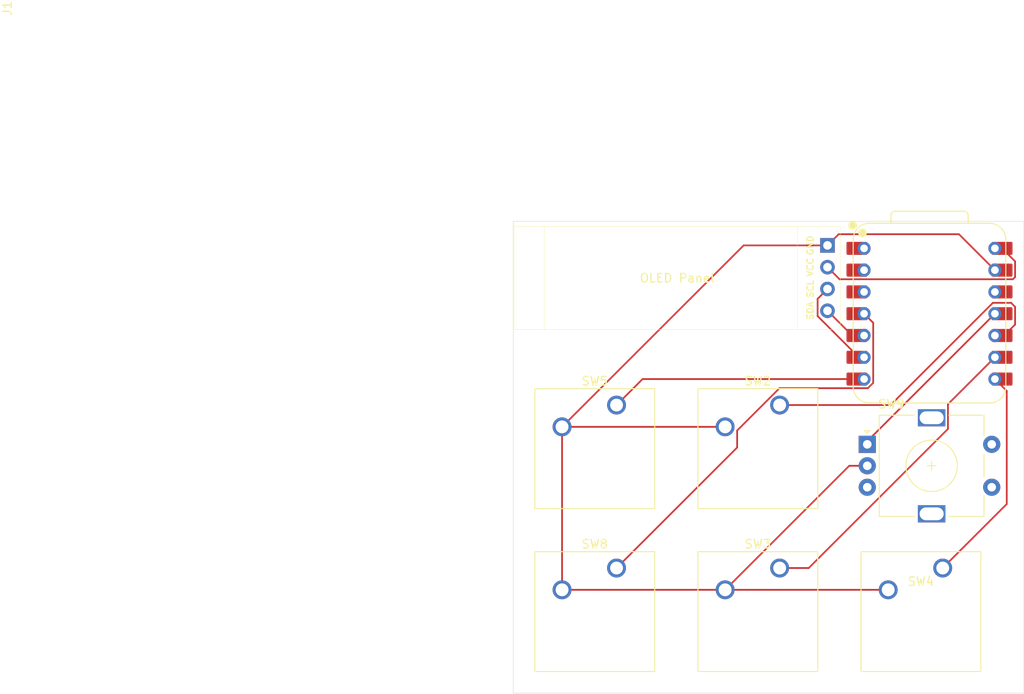
<source format=kicad_pcb>
(kicad_pcb (version 20241229) (generator "pcbnew") (generator_version "9.0")
  (layers (0 "F.Cu" signal) (2 "B.Cu" signal) (13 "F.Paste" user) (15 "B.Paste" user) (5 "F.SilkS" user "F.Silkscreen") (7 "B.SilkS" user "B.Silkscreen") (1 "F.Mask" user) (3 "B.Mask" user) (25 "Edge.Cuts" user))
  (net 0 "")
  (net 1 "Net-(U1-GPIO4{slash}MISO)")
  (net 2 "GND")
  (net 3 "Net-(U1-GPIO2{slash}SCK)")
  (net 4 "Net-(U1-GPIO1{slash}RX)")
  (net 5 "Net-(U1-GPIO0{slash}TX)")
  (net 7 "Net-(U1-GPIO3{slash}MOSI)")
  (net 12 "Net-(U1-GPIO29{slash}ADC3{slash}A3)")
  (net 13 "Net-(J1-Pin_4)")
  (net 14 "Net-(J1-Pin_3)")
  (net 15 "+5V")
  (footprint "Seeed Studio XIAO Series Library:XIAO-RP2040-DIP" (layer "F.Cu") (at 109 53.7685)
    (property "Reference" "U1" (hide yes))
    (property "Value" "XIAO-RP2040-DIP")
    (fp_line (start -8.89 8.509) (end -8.89 -8.636) (stroke (width 0.127)) (layer "F.SilkS"))
    (fp_line (start -6.985 10.414) (end 6.985 10.414) (stroke (width 0.127)) (layer "F.SilkS"))
    (fp_line (start -4.495 -10.541) (end -4.491272 -11.451272) (stroke (width 0.127)) (layer "F.SilkS"))
    (fp_line (start -3.991272 -11.951) (end 4.004 -11.951) (stroke (width 0.127)) (layer "F.SilkS"))
    (fp_line (start 4.504 -11.451) (end 4.504 -10.541) (stroke (width 0.127)) (layer "F.SilkS"))
    (fp_line (start 6.985 -10.541) (end -6.985 -10.541) (stroke (width 0.1)) (layer "F.SilkS"))
    (fp_line (start 6.985 -10.541) (end -6.985 -10.541) (stroke (width 0.127)) (layer "F.SilkS"))
    (fp_line (start 8.89 8.509) (end 8.89 -8.636) (stroke (width 0.127)) (layer "F.SilkS"))
    (fp_arc (start -8.89 -8.636) (mid -8.332038 -9.983038) (end -6.985 -10.541) (stroke (width 0.127)) (layer "F.SilkS"))
    (fp_arc (start -6.985 10.414) (mid -8.332038 9.856038) (end -8.89 8.509) (stroke (width 0.127)) (layer "F.SilkS"))
    (fp_arc (start -4.491272 -11.451272) (mid -4.344728 -11.80464) (end -3.991272 -11.951) (stroke (width 0.127)) (layer "F.SilkS"))
    (fp_arc (start 4.004 -11.951) (mid 4.357553 -11.804553) (end 4.504 -11.451) (stroke (width 0.127)) (layer "F.SilkS"))
    (fp_arc (start 6.985 -10.541) (mid 8.332038 -9.983038) (end 8.89 -8.636) (stroke (width 0.127)) (layer "F.SilkS"))
    (fp_arc (start 8.89 8.509) (mid 8.332038 9.856038) (end 6.985 10.414) (stroke (width 0.127)) (layer "F.SilkS"))
    (fp_circle (center -8.95 -10.3) (end -8.95 -10.554) (stroke (width 0.5)) (fill yes) (layer "F.SilkS"))
    (fp_circle (center -7.807 -9.42) (end -7.807 -9.674) (stroke (width 0.5)) (fill yes) (layer "F.SilkS"))
    (pad "1" smd roundrect (at -8.455 -7.62 180) (size 2.432 1.524) (layers "F.Cu" "F.Mask") (roundrect_rratio 0.1))
    (pad "1" thru_hole circle (at -7.62 -7.62 180) (size 1.524 1.524) (drill 0.889) (layers "*.Cu" "*.Mask"))
    (pad "2" smd roundrect (at -8.455 -5.08 180) (size 2.432 1.524) (layers "F.Cu" "F.Mask") (roundrect_rratio 0.1))
    (pad "2" thru_hole circle (at -7.62 -5.08 180) (size 1.524 1.524) (drill 0.889) (layers "*.Cu" "*.Mask"))
    (pad "3" smd roundrect (at -8.455 -2.54 180) (size 2.432 1.524) (layers "F.Cu" "F.Mask") (roundrect_rratio 0.1))
    (pad "3" thru_hole circle (at -7.62 -2.54 180) (size 1.524 1.524) (drill 0.889) (layers "*.Cu" "*.Mask"))
    (pad "4" smd roundrect (at -8.455 0 180) (size 2.432 1.524) (layers "F.Cu" "F.Mask") (roundrect_rratio 0.1) (net 12 "Net-(U1-GPIO29{slash}ADC3{slash}A3)"))
    (pad "4" thru_hole circle (at -7.62 0 180) (size 1.524 1.524) (drill 0.889) (layers "*.Cu" "*.Mask") (net 12 "Net-(U1-GPIO29{slash}ADC3{slash}A3)"))
    (pad "5" smd roundrect (at -8.455 2.54 180) (size 2.432 1.524) (layers "F.Cu" "F.Mask") (roundrect_rratio 0.1) (net 13 "Net-(J1-Pin_4)"))
    (pad "5" thru_hole circle (at -7.62 2.54 180) (size 1.524 1.524) (drill 0.889) (layers "*.Cu" "*.Mask") (net 13 "Net-(J1-Pin_4)"))
    (pad "6" smd roundrect (at -8.455 5.08 180) (size 2.432 1.524) (layers "F.Cu" "F.Mask") (roundrect_rratio 0.1) (net 14 "Net-(J1-Pin_3)"))
    (pad "6" thru_hole circle (at -7.62 5.08 180) (size 1.524 1.524) (drill 0.889) (layers "*.Cu" "*.Mask") (net 14 "Net-(J1-Pin_3)"))
    (pad "7" smd roundrect (at -8.455 7.62 180) (size 2.432 1.524) (layers "F.Cu" "F.Mask") (roundrect_rratio 0.1) (net 5 "Net-(U1-GPIO0{slash}TX)"))
    (pad "7" thru_hole circle (at -7.62 7.62 180) (size 1.524 1.524) (drill 0.889) (layers "*.Cu" "*.Mask") (net 5 "Net-(U1-GPIO0{slash}TX)"))
    (pad "8" thru_hole circle (at 7.62 7.62) (size 1.524 1.524) (drill 0.889) (layers "*.Cu" "*.Mask") (net 4 "Net-(U1-GPIO1{slash}RX)"))
    (pad "8" smd roundrect (at 8.455 7.62) (size 2.432 1.524) (layers "F.Cu" "F.Mask") (roundrect_rratio 0.1) (net 4 "Net-(U1-GPIO1{slash}RX)"))
    (pad "9" thru_hole circle (at 7.62 5.08) (size 1.524 1.524) (drill 0.889) (layers "*.Cu" "*.Mask") (net 3 "Net-(U1-GPIO2{slash}SCK)"))
    (pad "9" smd roundrect (at 8.455 5.08) (size 2.432 1.524) (layers "F.Cu" "F.Mask") (roundrect_rratio 0.1) (net 3 "Net-(U1-GPIO2{slash}SCK)"))
    (pad "10" thru_hole circle (at 7.62 2.54) (size 1.524 1.524) (drill 0.889) (layers "*.Cu" "*.Mask") (net 1 "Net-(U1-GPIO4{slash}MISO)"))
    (pad "10" smd roundrect (at 8.455 2.54) (size 2.432 1.524) (layers "F.Cu" "F.Mask") (roundrect_rratio 0.1) (net 1 "Net-(U1-GPIO4{slash}MISO)"))
    (pad "11" thru_hole circle (at 7.62 0) (size 1.524 1.524) (drill 0.889) (layers "*.Cu" "*.Mask") (net 7 "Net-(U1-GPIO3{slash}MOSI)"))
    (pad "11" smd roundrect (at 8.455 0) (size 2.432 1.524) (layers "F.Cu" "F.Mask") (roundrect_rratio 0.1) (net 7 "Net-(U1-GPIO3{slash}MOSI)"))
    (pad "12" thru_hole circle (at 7.62 -2.54) (size 1.524 1.524) (drill 0.889) (layers "*.Cu" "*.Mask"))
    (pad "12" smd roundrect (at 8.455 -2.54) (size 2.432 1.524) (layers "F.Cu" "F.Mask") (roundrect_rratio 0.1))
    (pad "13" thru_hole circle (at 7.62 -5.08) (size 1.524 1.524) (drill 0.889) (layers "*.Cu" "*.Mask") (net 2 "GND"))
    (pad "13" smd roundrect (at 8.455 -5.08) (size 2.432 1.524) (layers "F.Cu" "F.Mask") (roundrect_rratio 0.1) (net 2 "GND"))
    (pad "14" thru_hole circle (at 7.62 -7.62) (size 1.524 1.524) (drill 0.889) (layers "*.Cu" "*.Mask") (net 15 "+5V"))
    (pad "14" smd roundrect (at 8.455 -7.62) (size 2.432 1.524) (layers "F.Cu" "F.Mask") (roundrect_rratio 0.1) (net 15 "+5V"))
  )
  (footprint "Button_Switch_Keyboard:SW_Cherry_MX_1.00u_PCB" (layer "F.Cu") (at 91.54 64.42)
    (property "Reference" "SW2" (at -2.54 -2.794 0) (layer "F.SilkS"))
    (property "Value" "SW_Push")
    (fp_line (start -9.525 -1.905) (end 4.445 -1.905) (stroke (width 0.12)) (layer "F.SilkS"))
    (fp_line (start -9.525 12.065) (end -9.525 -1.905) (stroke (width 0.12)) (layer "F.SilkS"))
    (fp_line (start 4.445 -1.905) (end 4.445 12.065) (stroke (width 0.12)) (layer "F.SilkS"))
    (fp_line (start 4.445 12.065) (end -9.525 12.065) (stroke (width 0.12)) (layer "F.SilkS"))
    (pad "" np_thru_hole circle (at -7.62 5.08) (size 1.7 1.7) (drill 1.7) (layers "*.Cu" "*.Mask"))
    (pad "" np_thru_hole circle (at -2.54 5.08) (size 4 4) (drill 4) (layers "*.Cu" "*.Mask"))
    (pad "" np_thru_hole circle (at 2.54 5.08) (size 1.7 1.7) (drill 1.7) (layers "*.Cu" "*.Mask"))
    (pad "1" thru_hole circle (at 0 0) (size 2.2 2.2) (drill 1.5) (layers "*.Cu" "*.Mask") (net 1 "Net-(U1-GPIO4{slash}MISO)"))
    (pad "2" thru_hole circle (at -6.35 2.54) (size 2.2 2.2) (drill 1.5) (layers "*.Cu" "*.Mask") (net 2 "GND"))
  )
  (footprint "KiCad-SSD1306-0.91-OLED-4pin-128x32.pretty-master:SSD1306-0.91-OLED-4pin-128x32" (layer "F.Cu") (at 60.615 43.615)
    (property "Reference" "J1" (at -59.06 -25.44 90) (layer "F.SilkS"))
    (property "Value" "Conn_01x04_Pin")
    (fp_line (start 0 0) (end 0 12) (stroke (width 0.04)) (layer "F.SilkS"))
    (fp_line (start 0 12) (end 38 12) (stroke (width 0.04)) (layer "F.SilkS"))
    (fp_line (start 3.5 0) (end 3.5 12) (stroke (width 0.04)) (layer "F.SilkS"))
    (fp_line (start 33 0) (end 33 12) (stroke (width 0.04)) (layer "F.SilkS"))
    (fp_line (start 38 0) (end 0 0) (stroke (width 0.04)) (layer "F.SilkS"))
    (fp_line (start 38 12) (end 38 0) (stroke (width 0.04)) (layer "F.SilkS"))
    (fp_text user "SDA" (at 34.5 9.81 270) (layer "F.SilkS") (effects (font (size 0.75 0.75))))
    (fp_text user "OLED Panel" (at 19 6 0) (layer "F.SilkS"))
    (fp_text user "VCC" (at 34.5 4.73 270) (layer "F.SilkS") (effects (font (size 0.75 0.75))))
    (fp_text user "SCL" (at 34.5 7.27 270) (layer "F.SilkS") (effects (font (size 0.75 0.75))))
    (fp_text user "GND" (at 34.5 2.19 270) (layer "F.SilkS") (effects (font (size 0.75 0.75))))
    (pad "1" thru_hole rect (at 36.5 2.19) (size 1.7 1.7) (drill 1) (layers "*.Cu" "*.Mask") (net 2 "GND"))
    (pad "2" thru_hole oval (at 36.5 4.73) (size 1.7 1.7) (drill 1) (layers "*.Cu" "*.Mask") (net 15 "+5V"))
    (pad "3" thru_hole oval (at 36.5 7.27) (size 1.7 1.7) (drill 1) (layers "*.Cu" "*.Mask") (net 14 "Net-(J1-Pin_3)"))
    (pad "4" thru_hole oval (at 36.5 9.81) (size 1.7 1.7) (drill 1) (layers "*.Cu" "*.Mask") (net 13 "Net-(J1-Pin_4)"))
  )
  (footprint "Button_Switch_Keyboard:SW_Cherry_MX_1.00u_PCB" (layer "F.Cu") (at 72.54 83.42)
    (property "Reference" "SW8" (at -2.54 -2.794 0) (layer "F.SilkS"))
    (property "Value" "SW_Push")
    (fp_line (start -9.525 -1.905) (end 4.445 -1.905) (stroke (width 0.12)) (layer "F.SilkS"))
    (fp_line (start -9.525 12.065) (end -9.525 -1.905) (stroke (width 0.12)) (layer "F.SilkS"))
    (fp_line (start 4.445 -1.905) (end 4.445 12.065) (stroke (width 0.12)) (layer "F.SilkS"))
    (fp_line (start 4.445 12.065) (end -9.525 12.065) (stroke (width 0.12)) (layer "F.SilkS"))
    (pad "" np_thru_hole circle (at -7.62 5.08) (size 1.7 1.7) (drill 1.7) (layers "*.Cu" "*.Mask"))
    (pad "" np_thru_hole circle (at -2.54 5.08) (size 4 4) (drill 4) (layers "*.Cu" "*.Mask"))
    (pad "" np_thru_hole circle (at 2.54 5.08) (size 1.7 1.7) (drill 1.7) (layers "*.Cu" "*.Mask"))
    (pad "1" thru_hole circle (at 0 0) (size 2.2 2.2) (drill 1.5) (layers "*.Cu" "*.Mask") (net 12 "Net-(U1-GPIO29{slash}ADC3{slash}A3)"))
    (pad "2" thru_hole circle (at -6.35 2.54) (size 2.2 2.2) (drill 1.5) (layers "*.Cu" "*.Mask") (net 2 "GND"))
  )
  (footprint "Button_Switch_Keyboard:SW_Cherry_MX_1.00u_PCB" (layer "F.Cu") (at 110.54 83.42)
    (property "Reference" "SW4" (at -2.54 1.58 0) (layer "F.SilkS"))
    (property "Value" "SW_Push")
    (fp_line (start -9.525 -1.905) (end 4.445 -1.905) (stroke (width 0.12)) (layer "F.SilkS"))
    (fp_line (start -9.525 12.065) (end -9.525 -1.905) (stroke (width 0.12)) (layer "F.SilkS"))
    (fp_line (start 4.445 -1.905) (end 4.445 12.065) (stroke (width 0.12)) (layer "F.SilkS"))
    (fp_line (start 4.445 12.065) (end -9.525 12.065) (stroke (width 0.12)) (layer "F.SilkS"))
    (pad "" np_thru_hole circle (at -7.62 5.08) (size 1.7 1.7) (drill 1.7) (layers "*.Cu" "*.Mask"))
    (pad "" np_thru_hole circle (at -2.54 5.08) (size 4 4) (drill 4) (layers "*.Cu" "*.Mask"))
    (pad "" np_thru_hole circle (at 2.54 5.08) (size 1.7 1.7) (drill 1.7) (layers "*.Cu" "*.Mask"))
    (pad "1" thru_hole circle (at 0 0) (size 2.2 2.2) (drill 1.5) (layers "*.Cu" "*.Mask") (net 4 "Net-(U1-GPIO1{slash}RX)"))
    (pad "2" thru_hole circle (at -6.35 2.54) (size 2.2 2.2) (drill 1.5) (layers "*.Cu" "*.Mask") (net 2 "GND"))
  )
  (footprint "Button_Switch_Keyboard:SW_Cherry_MX_1.00u_PCB" (layer "F.Cu") (at 72.54 64.42)
    (property "Reference" "SW5" (at -2.54 -2.794 0) (layer "F.SilkS"))
    (property "Value" "SW_Push")
    (fp_line (start -9.525 -1.905) (end 4.445 -1.905) (stroke (width 0.12)) (layer "F.SilkS"))
    (fp_line (start -9.525 12.065) (end -9.525 -1.905) (stroke (width 0.12)) (layer "F.SilkS"))
    (fp_line (start 4.445 -1.905) (end 4.445 12.065) (stroke (width 0.12)) (layer "F.SilkS"))
    (fp_line (start 4.445 12.065) (end -9.525 12.065) (stroke (width 0.12)) (layer "F.SilkS"))
    (pad "" np_thru_hole circle (at -7.62 5.08) (size 1.7 1.7) (drill 1.7) (layers "*.Cu" "*.Mask"))
    (pad "" np_thru_hole circle (at -2.54 5.08) (size 4 4) (drill 4) (layers "*.Cu" "*.Mask"))
    (pad "" np_thru_hole circle (at 2.54 5.08) (size 1.7 1.7) (drill 1.7) (layers "*.Cu" "*.Mask"))
    (pad "1" thru_hole circle (at 0 0) (size 2.2 2.2) (drill 1.5) (layers "*.Cu" "*.Mask") (net 5 "Net-(U1-GPIO0{slash}TX)"))
    (pad "2" thru_hole circle (at -6.35 2.54) (size 2.2 2.2) (drill 1.5) (layers "*.Cu" "*.Mask") (net 2 "GND"))
  )
  (footprint "Button_Switch_Keyboard:SW_Cherry_MX_1.00u_PCB" (layer "F.Cu") (at 91.54 83.42)
    (property "Reference" "SW3" (at -2.54 -2.794 0) (layer "F.SilkS"))
    (property "Value" "SW_Push")
    (fp_line (start -9.525 -1.905) (end 4.445 -1.905) (stroke (width 0.12)) (layer "F.SilkS"))
    (fp_line (start -9.525 12.065) (end -9.525 -1.905) (stroke (width 0.12)) (layer "F.SilkS"))
    (fp_line (start 4.445 -1.905) (end 4.445 12.065) (stroke (width 0.12)) (layer "F.SilkS"))
    (fp_line (start 4.445 12.065) (end -9.525 12.065) (stroke (width 0.12)) (layer "F.SilkS"))
    (pad "" np_thru_hole circle (at -7.62 5.08) (size 1.7 1.7) (drill 1.7) (layers "*.Cu" "*.Mask"))
    (pad "" np_thru_hole circle (at -2.54 5.08) (size 4 4) (drill 4) (layers "*.Cu" "*.Mask"))
    (pad "" np_thru_hole circle (at 2.54 5.08) (size 1.7 1.7) (drill 1.7) (layers "*.Cu" "*.Mask"))
    (pad "1" thru_hole circle (at 0 0) (size 2.2 2.2) (drill 1.5) (layers "*.Cu" "*.Mask") (net 3 "Net-(U1-GPIO2{slash}SCK)"))
    (pad "2" thru_hole circle (at -6.35 2.54) (size 2.2 2.2) (drill 1.5) (layers "*.Cu" "*.Mask") (net 2 "GND"))
  )
  (footprint "Rotary_Encoder:RotaryEncoder_Alps_EC11E-Switch_Vertical_H20mm" (layer "F.Cu") (at 101.75 69)
    (property "Reference" "SW9" (at 2.8 -4.7 0) (layer "F.SilkS"))
    (property "Value" "RotaryEncoder")
    (fp_line (start -0.3 -1.6) (end 0.3 -1.6) (stroke (width 0.12)) (layer "F.SilkS"))
    (fp_line (start 0 -1.3) (end -0.3 -1.6) (stroke (width 0.12)) (layer "F.SilkS"))
    (fp_line (start 0.3 -1.6) (end 0 -1.3) (stroke (width 0.12)) (layer "F.SilkS"))
    (fp_line (start 1.4 -3.4) (end 1.4 8.4) (stroke (width 0.12)) (layer "F.SilkS"))
    (fp_line (start 5.5 -3.4) (end 1.4 -3.4) (stroke (width 0.12)) (layer "F.SilkS"))
    (fp_line (start 5.5 8.4) (end 1.4 8.4) (stroke (width 0.12)) (layer "F.SilkS"))
    (fp_line (start 7 2.5) (end 8 2.5) (stroke (width 0.12)) (layer "F.SilkS"))
    (fp_line (start 7.5 2) (end 7.5 3) (stroke (width 0.12)) (layer "F.SilkS"))
    (fp_line (start 9.5 -3.4) (end 13.6 -3.4) (stroke (width 0.12)) (layer "F.SilkS"))
    (fp_line (start 13.6 -3.4) (end 13.6 -1) (stroke (width 0.12)) (layer "F.SilkS"))
    (fp_line (start 13.6 1.2) (end 13.6 3.8) (stroke (width 0.12)) (layer "F.SilkS"))
    (fp_line (start 13.6 6) (end 13.6 8.4) (stroke (width 0.12)) (layer "F.SilkS"))
    (fp_line (start 13.6 8.4) (end 9.5 8.4) (stroke (width 0.12)) (layer "F.SilkS"))
    (fp_circle (center 7.5 2.5) (end 10.5 2.5) (stroke (width 0.12)) (fill no) (layer "F.SilkS"))
    (pad "A" thru_hole rect (at 0 0) (size 2 2) (drill 1) (layers "*.Cu" "*.Mask") (net 7 "Net-(U1-GPIO3{slash}MOSI)"))
    (pad "B" thru_hole circle (at 0 5) (size 2 2) (drill 1) (layers "*.Cu" "*.Mask"))
    (pad "C" thru_hole circle (at 0 2.5) (size 2 2) (drill 1) (layers "*.Cu" "*.Mask") (net 2 "GND"))
    (pad "MP" thru_hole rect (at 7.5 -3.1) (size 3.2 2) (drill oval 2.8 1.5) (layers "*.Cu" "*.Mask"))
    (pad "MP" thru_hole rect (at 7.5 8.1) (size 3.2 2) (drill oval 2.8 1.5) (layers "*.Cu" "*.Mask"))
    (pad "S1" thru_hole circle (at 14.5 5) (size 2 2) (drill 1) (layers "*.Cu" "*.Mask"))
    (pad "S2" thru_hole circle (at 14.5 0) (size 2 2) (drill 1) (layers "*.Cu" "*.Mask"))
  )
  (gr_rect (start 60.5 43) (end 120 98) (stroke (width 0.05)) (fill no) (layer "Edge.Cuts"))
  (segment (start 116.38519 52.5) (end 118.505126 52.5) (width 0.2) (layer "F.Cu") (net 1))
  (segment (start 118.972 52.966874) (end 118.972 55.03413) (width 0.2) (layer "F.Cu") (net 1))
  (segment (start 91.54 64.42) (end 91.54 64.96) (width 0.2) (layer "F.Cu") (net 1))
  (segment (start 118.505126 52.5) (end 118.972 52.966874) (width 0.2) (layer "F.Cu") (net 1))
  (segment (start 117.69763 56.3085) (end 116.62 56.3085) (width 0.2) (layer "F.Cu") (net 1))
  (segment (start 118.972 55.03413) (end 117.69763 56.3085) (width 0.2) (layer "F.Cu") (net 1))
  (segment (start 104.46519 64.42) (end 116.38519 52.5) (width 0.2) (layer "F.Cu") (net 1))
  (segment (start 91.54 64.96) (end 91.5 65) (width 0.2) (layer "F.Cu") (net 1))
  (segment (start 91.54 64.42) (end 104.46519 64.42) (width 0.2) (layer "F.Cu") (net 1))
  (segment (start 85.19 66.96) (end 66.19 66.96) (width 0.2) (layer "F.Cu") (net 2))
  (segment (start 101.75 71.5) (end 99.65 71.5) (width 0.2) (layer "F.Cu") (net 2))
  (segment (start 112.4315 44.5) (end 116.62 48.6885) (width 0.2) (layer "F.Cu") (net 2))
  (segment (start 97.115 45.805) (end 98.42 44.5) (width 0.2) (layer "F.Cu") (net 2))
  (segment (start 98.42 44.5) (end 112.4315 44.5) (width 0.2) (layer "F.Cu") (net 2))
  (segment (start 87.345 45.805) (end 97.115 45.805) (width 0.2) (layer "F.Cu") (net 2))
  (segment (start 104.19 85.69) (end 104 85.5) (width 0.2) (layer "F.Cu") (net 2))
  (segment (start 66.19 85.96) (end 66.19 66.96) (width 0.2) (layer "F.Cu") (net 2))
  (segment (start 104.19 85.96) (end 85.19 85.96) (width 0.2) (layer "F.Cu") (net 2))
  (segment (start 85.19 85.96) (end 66.19 85.96) (width 0.2) (layer "F.Cu") (net 2))
  (segment (start 99.65 71.5) (end 85.19 85.96) (width 0.2) (layer "F.Cu") (net 2))
  (segment (start 66.19 66.96) (end 87.345 45.805) (width 0.2) (layer "F.Cu") (net 2))
  (segment (start 104.19 85.96) (end 104.19 85.69) (width 0.2) (layer "F.Cu") (net 2))
  (segment (start 111.151 64.3175) (end 116.62 58.8485) (width 0.2) (layer "F.Cu") (net 3))
  (segment (start 94.932 83.42) (end 111.151 67.201) (width 0.2) (layer "F.Cu") (net 3))
  (segment (start 91.54 83.42) (end 94.932 83.42) (width 0.2) (layer "F.Cu") (net 3))
  (segment (start 111.151 67.201) (end 111.151 64.3175) (width 0.2) (layer "F.Cu") (net 3))
  (segment (start 118 75.96) (end 118 62.7685) (width 0.2) (layer "F.Cu") (net 4))
  (segment (start 118 62.7685) (end 116.62 61.3885) (width 0.2) (layer "F.Cu") (net 4))
  (segment (start 110.54 83.42) (end 118 75.96) (width 0.2) (layer "F.Cu") (net 4))
  (segment (start 75.5715 61.3885) (end 101.38 61.3885) (width 0.2) (layer "F.Cu") (net 5))
  (segment (start 72.54 64.42) (end 75.5715 61.3885) (width 0.2) (layer "F.Cu") (net 5))
  (segment (start 101.75 69) (end 101.75 68.6385) (width 0.2) (layer "F.Cu") (net 7))
  (segment (start 101.75 68.6385) (end 116.62 53.7685) (width 0.2) (layer "F.Cu") (net 7))
  (segment (start 102.443 54.8315) (end 101.38 53.7685) (width 0.2) (layer "F.Cu") (net 12))
  (segment (start 72.54 83.42) (end 86.591 69.369) (width 0.2) (layer "F.Cu") (net 12))
  (segment (start 102.443 61.82881) (end 102.443 54.8315) (width 0.2) (layer "F.Cu") (net 12))
  (segment (start 101.82031 62.4515) (end 102.443 61.82881) (width 0.2) (layer "F.Cu") (net 12))
  (segment (start 86.591 69.369) (end 86.591 67.387686) (width 0.2) (layer "F.Cu") (net 12))
  (segment (start 86.591 67.387686) (end 91.527186 62.4515) (width 0.2) (layer "F.Cu") (net 12))
  (segment (start 72.54 83.42) (end 72.54 82.635184) (width 0.2) (layer "F.Cu") (net 12))
  (segment (start 91.527186 62.4515) (end 101.82031 62.4515) (width 0.2) (layer "F.Cu") (net 12))
  (segment (start 97.115 53.425) (end 99.9985 56.3085) (width 0.2) (layer "F.Cu") (net 13))
  (segment (start 99.9985 56.3085) (end 101.38 56.3085) (width 0.2) (layer "F.Cu") (net 13))
  (segment (start 95.964 52.036) (end 95.964 54.046126) (width 0.2) (layer "F.Cu") (net 14))
  (segment (start 95.964 54.046126) (end 100.766374 58.8485) (width 0.2) (layer "F.Cu") (net 14))
  (segment (start 97.115 50.885) (end 95.964 52.036) (width 0.2) (layer "F.Cu") (net 14))
  (segment (start 100.766374 58.8485) (end 101.38 58.8485) (width 0.2) (layer "F.Cu") (net 14))
  (segment (start 118.962126 49.5) (end 118.972 49.490126) (width 0.2) (layer "F.Cu") (net 15))
  (segment (start 118.710626 49.7515) (end 118.962126 49.5) (width 0.2) (layer "F.Cu") (net 15))
  (segment (start 118.972 49.490126) (end 118.972 47.6655) (width 0.2) (layer "F.Cu") (net 15))
  (segment (start 118.972 47.6655) (end 117.455 46.1485) (width 0.2) (layer "F.Cu") (net 15))
  (segment (start 97.115 48.345) (end 98.5215 49.7515) (width 0.2) (layer "F.Cu") (net 15))
  (segment (start 98.5215 49.7515) (end 118.710626 49.7515) (width 0.2) (layer "F.Cu") (net 15))
  (segment (start 117.455 46.1485) (end 116.62 46.1485) (width 0.2) (layer "F.Cu") (net 15))
)
</source>
